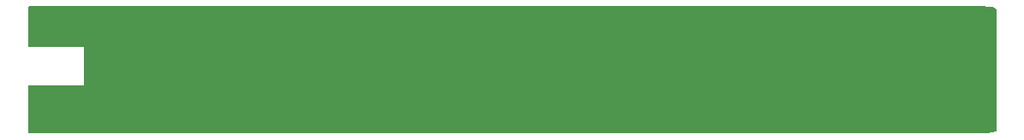
<source format=gbr>
%TF.GenerationSoftware,KiCad,Pcbnew,9.0.0*%
%TF.CreationDate,2025-03-31T21:37:43+02:00*%
%TF.ProjectId,E-Field 10cm,452d4669-656c-4642-9031-30636d2e6b69,1.0*%
%TF.SameCoordinates,Original*%
%TF.FileFunction,Copper,L2,Inr*%
%TF.FilePolarity,Positive*%
%FSLAX46Y46*%
G04 Gerber Fmt 4.6, Leading zero omitted, Abs format (unit mm)*
G04 Created by KiCad (PCBNEW 9.0.0) date 2025-03-31 21:37:43*
%MOMM*%
%LPD*%
G01*
G04 APERTURE LIST*
%TA.AperFunction,ViaPad*%
%ADD10C,0.700000*%
%TD*%
G04 APERTURE END LIST*
D10*
%TO.N,GND*%
X61700000Y-101500000D03*
X78700000Y-101500000D03*
X83700000Y-98900000D03*
X82700000Y-98900000D03*
X52800000Y-97150000D03*
X102700000Y-101500000D03*
X62700000Y-98900000D03*
X74700000Y-101500000D03*
X55800000Y-95950000D03*
X77700000Y-98900000D03*
X122700000Y-98900000D03*
X105700000Y-101500000D03*
X94700000Y-98900000D03*
X117700000Y-98900000D03*
X104700000Y-101500000D03*
X54350000Y-94825000D03*
X125700000Y-101500000D03*
X95700000Y-101500000D03*
X111700000Y-98900000D03*
X106700000Y-101500000D03*
X136700000Y-101500000D03*
X91700000Y-101500000D03*
X123700000Y-101500000D03*
X57700000Y-101500000D03*
X108700000Y-101500000D03*
X142700000Y-98900000D03*
X111700000Y-101500000D03*
X70700000Y-101500000D03*
X78700000Y-98900000D03*
X98700000Y-98900000D03*
X102700000Y-98900000D03*
X144700000Y-101500000D03*
X130700000Y-101500000D03*
X117700000Y-101500000D03*
X72700000Y-98900000D03*
X75700000Y-98900000D03*
X123700000Y-98900000D03*
X114700000Y-101500000D03*
X143700000Y-98900000D03*
X63700000Y-101500000D03*
X108700000Y-98900000D03*
X136700000Y-98900000D03*
X131700000Y-101500000D03*
X141700000Y-98900000D03*
X93700000Y-98900000D03*
X122700000Y-101500000D03*
X126700000Y-98900000D03*
X81700000Y-98900000D03*
X92700000Y-98900000D03*
X114700000Y-98900000D03*
X65700000Y-101500000D03*
X86700000Y-98900000D03*
X85700000Y-98900000D03*
X54350000Y-97125000D03*
X124700000Y-101500000D03*
X73700000Y-98900000D03*
X64700000Y-98900000D03*
X59700000Y-101500000D03*
X141700000Y-101500000D03*
X79700000Y-98900000D03*
X89700000Y-101500000D03*
X82700000Y-101500000D03*
X125700000Y-98900000D03*
X113700000Y-98900000D03*
X90700000Y-101500000D03*
X54350000Y-103325000D03*
X65700000Y-98900000D03*
X56700000Y-98900000D03*
X85700000Y-101500000D03*
X142700000Y-101500000D03*
X124700000Y-98900000D03*
X120700000Y-101500000D03*
X105700000Y-98900000D03*
X118700000Y-98900000D03*
X112700000Y-101500000D03*
X81700000Y-101500000D03*
X60700000Y-101500000D03*
X83700000Y-101500000D03*
X90700000Y-98900000D03*
X95700000Y-98900000D03*
X130700000Y-98900000D03*
X97700000Y-98900000D03*
X133700000Y-98900000D03*
X69700000Y-101500000D03*
X135700000Y-101500000D03*
X88700000Y-98900000D03*
X128700000Y-101500000D03*
X54350000Y-105625000D03*
X51050000Y-97125000D03*
X61700000Y-98900000D03*
X119700000Y-101500000D03*
X51050000Y-94775000D03*
X52800000Y-103300000D03*
X51050000Y-103275000D03*
X133700000Y-101500000D03*
X107700000Y-101500000D03*
X87700000Y-101500000D03*
X144700000Y-98900000D03*
X69700000Y-98900000D03*
X99700000Y-98900000D03*
X100700000Y-98900000D03*
X67700000Y-98900000D03*
X143700000Y-101500000D03*
X52800000Y-94800000D03*
X88700000Y-101500000D03*
X115700000Y-98900000D03*
X128700000Y-98900000D03*
X115700000Y-101500000D03*
X121700000Y-101500000D03*
X63700000Y-98900000D03*
X66700000Y-98900000D03*
X135700000Y-98900000D03*
X55800000Y-104450000D03*
X109700000Y-101500000D03*
X94700000Y-101500000D03*
X112700000Y-98900000D03*
X68700000Y-98900000D03*
X120700000Y-98900000D03*
X116700000Y-98900000D03*
X86700000Y-101500000D03*
X51050000Y-105625000D03*
X71700000Y-101500000D03*
X57700000Y-98900000D03*
X127700000Y-98900000D03*
X106700000Y-98900000D03*
X129700000Y-98900000D03*
X52800000Y-105650000D03*
X110700000Y-98900000D03*
X98700000Y-101500000D03*
X101700000Y-98900000D03*
X96700000Y-98900000D03*
X56700000Y-101500000D03*
X110700000Y-101500000D03*
X80700000Y-101500000D03*
X80700000Y-98900000D03*
X131700000Y-98900000D03*
X87700000Y-98900000D03*
X103700000Y-98900000D03*
X76700000Y-101500000D03*
X67700000Y-101500000D03*
X76700000Y-98900000D03*
X138700000Y-101500000D03*
X75700000Y-101500000D03*
X139700000Y-98900000D03*
X60700000Y-98900000D03*
X91700000Y-98900000D03*
X74700000Y-98900000D03*
X137700000Y-101500000D03*
X132700000Y-101500000D03*
X118700000Y-101500000D03*
X109700000Y-98900000D03*
X99700000Y-101500000D03*
X129700000Y-101500000D03*
X79700000Y-101500000D03*
X100700000Y-101500000D03*
X101700000Y-101500000D03*
X140700000Y-98900000D03*
X126700000Y-101500000D03*
X113700000Y-101500000D03*
X97700000Y-101500000D03*
X58700000Y-101500000D03*
X84700000Y-98900000D03*
X103700000Y-101500000D03*
X62700000Y-101500000D03*
X132700000Y-98900000D03*
X119700000Y-98900000D03*
X139700000Y-101500000D03*
X134700000Y-101500000D03*
X66700000Y-101500000D03*
X116700000Y-101500000D03*
X59700000Y-98900000D03*
X127700000Y-101500000D03*
X58700000Y-98900000D03*
X71700000Y-98900000D03*
X72700000Y-101500000D03*
X68700000Y-101500000D03*
X92700000Y-101500000D03*
X138700000Y-98900000D03*
X121700000Y-98900000D03*
X140700000Y-101500000D03*
X96700000Y-101500000D03*
X89700000Y-98900000D03*
X84700000Y-101500000D03*
X137700000Y-98900000D03*
X107700000Y-98900000D03*
X134700000Y-98900000D03*
X73700000Y-101500000D03*
X93700000Y-101500000D03*
X64700000Y-101500000D03*
X77700000Y-101500000D03*
X70700000Y-98900000D03*
X104700000Y-98900000D03*
%TD*%
%TA.AperFunction,Conductor*%
%TO.N,GND*%
G36*
X144689951Y-94100617D02*
G01*
X145100824Y-94118582D01*
X145111610Y-94119527D01*
X145516671Y-94172938D01*
X145527301Y-94174816D01*
X145852880Y-94247113D01*
X145914059Y-94280862D01*
X145947279Y-94342329D01*
X145950000Y-94368164D01*
X145950000Y-106407476D01*
X145930315Y-106474515D01*
X145877511Y-106520270D01*
X145852865Y-106528531D01*
X145531530Y-106599843D01*
X145520866Y-106601725D01*
X145116083Y-106655069D01*
X145105296Y-106656014D01*
X144883668Y-106665699D01*
X144694142Y-106673982D01*
X144688747Y-106674100D01*
X50324500Y-106674100D01*
X50257461Y-106654415D01*
X50211706Y-106601611D01*
X50200500Y-106550100D01*
X50200500Y-102024000D01*
X50220185Y-101956961D01*
X50272989Y-101911206D01*
X50324500Y-101900000D01*
X55700000Y-101900000D01*
X55700000Y-98150000D01*
X50324500Y-98150000D01*
X50257461Y-98130315D01*
X50211706Y-98077511D01*
X50200500Y-98026000D01*
X50200500Y-94224500D01*
X50220185Y-94157461D01*
X50272989Y-94111706D01*
X50324500Y-94100500D01*
X144647371Y-94100500D01*
X144684536Y-94100500D01*
X144689951Y-94100617D01*
G37*
%TD.AperFunction*%
%TD*%
M02*

</source>
